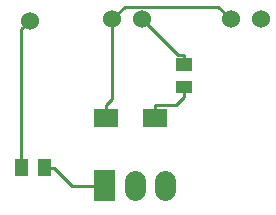
<source format=gtl>
G04 Layer: TopLayer*
G04 EasyEDA v6.4.25, 2021-12-08T09:20:59--6:00*
G04 69f887db25cf48ce9622c15e18288c25,10*
G04 Gerber Generator version 0.2*
G04 Scale: 100 percent, Rotated: No, Reflected: No *
G04 Dimensions in millimeters *
G04 leading zeros omitted , absolute positions ,4 integer and 5 decimal *
%FSLAX45Y45*%
%MOMM*%

%ADD10C,0.2540*%
%ADD11R,1.3770X1.1325*%
%ADD13R,2.0000X1.5930*%
%ADD14C,1.5240*%
%ADD16C,1.8000*%

%LPD*%
D10*
X2584907Y14496874D02*
G01*
X2765653Y14496874D01*
X2832100Y14563321D01*
X2584907Y14389102D02*
G01*
X2584907Y14496874D01*
X2832100Y14648080D02*
G01*
X2832100Y14563321D01*
X2164892Y14389102D02*
G01*
X2164892Y14496874D01*
X3225800Y15227302D02*
G01*
X3119399Y15333703D01*
X2328900Y15333703D01*
X2222500Y15227302D01*
X2222500Y15227302D02*
G01*
X2222500Y14554481D01*
X2164892Y14496874D01*
X1524000Y15214602D02*
G01*
X1452778Y15143380D01*
X1452778Y13970002D01*
X2159000Y13818110D02*
G01*
X1882673Y13818110D01*
X1730781Y13970002D01*
X1646021Y13970002D02*
G01*
X1730781Y13970002D01*
X2476500Y15227302D02*
G01*
X2777718Y14926083D01*
X2832100Y14926083D01*
X2832100Y14841324D02*
G01*
X2832100Y14926083D01*
G36*
X2900949Y14784699D02*
G01*
X2763250Y14784699D01*
X2763250Y14897953D01*
X2900949Y14897953D01*
G37*
D11*
G01*
X2832100Y14648078D03*
G36*
X1509400Y14038849D02*
G01*
X1509400Y13901150D01*
X1396146Y13901150D01*
X1396146Y14038849D01*
G37*
G36*
X1589399Y14038849D02*
G01*
X1589399Y13901150D01*
X1702653Y13901150D01*
X1702653Y14038849D01*
G37*
D13*
G01*
X2584907Y14389100D03*
G01*
X2164892Y14389100D03*
D14*
G01*
X1524000Y15214600D03*
G36*
X2068992Y13948095D02*
G01*
X2248992Y13948095D01*
X2248992Y13688095D01*
X2068992Y13688095D01*
G37*
G01*
X2222500Y15227300D03*
G01*
X2476500Y15227300D03*
G01*
X3225800Y15227300D03*
G01*
X3479800Y15227300D03*
D16*
X2413000Y13858082D02*
G01*
X2413000Y13778082D01*
X2667025Y13857091D02*
G01*
X2667025Y13777092D01*
M02*

</source>
